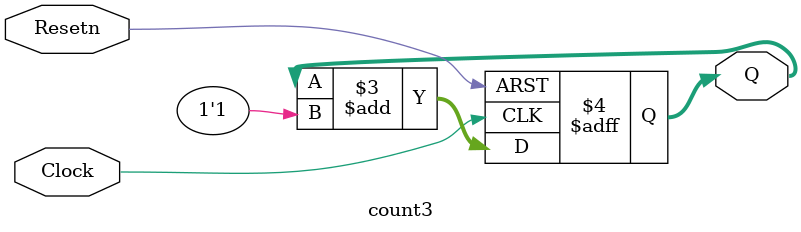
<source format=v>
module Display (KEY, SW, HEX0, LEDR);
    input [0:0] KEY;
    input [0:0] SW;
    output reg [6:0] HEX0;
    output [9:0] LEDR;	

    parameter A = 8'd65, b = 8'd98, C = 8'd67, d = 8'd100, E = 8'd69, F = 8'd70, 
        g = 8'd103, h = 8'd104;
    wire Resetn, Clock;
    wire [2:0] Count;
    wire [7:0] char;

    assign Resetn = SW[0];
    assign Clock = KEY[0];

    count3 U1 (Resetn, Clock, Count);
    inst_mem U2 ({2'b0, Count}, Clock, char);
    assign LEDR = {2'b0, char};
    
    always @(*)
        case (char)
            A: HEX0 = 7'b0001000;
            b: HEX0 = 7'b0000011;
            C: HEX0 = 7'b1000110;
            d: HEX0 = 7'b0100001;
            E: HEX0 = 7'b0000110;
            F: HEX0 = 7'b0001110;
            g: HEX0 = 7'b0010000;
            h: HEX0 = 7'b0001011;
            default HEX0 = 7'b1111111;
        endcase
endmodule

module count3 (Resetn, Clock, Q);
    input Resetn, Clock;
    output reg [2:0] Q;

    always @ (posedge Clock, negedge Resetn)
        if (Resetn == 0)
            Q <= 3'b000;
        else
            Q <= Q + 1'b1;
endmodule

</source>
